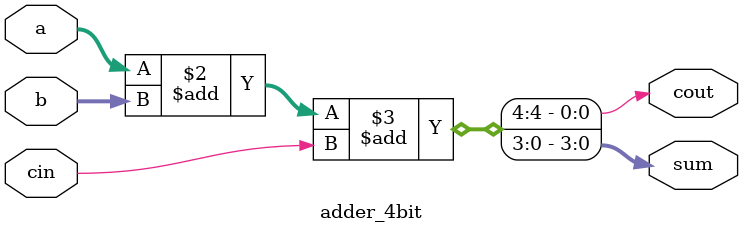
<source format=sv>

module adder_4bit(
    input logic [3:0] a,b,
    input logic cin,
    output logic [3:0] sum,
    output logic cout
);
    always_comb begin
        {cout,sum} = a + b + cin;
    end
endmodule  
</source>
